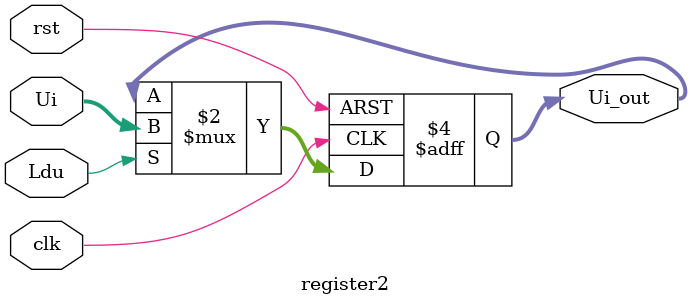
<source format=v>
module register2(clk, rst, Ldu, Ui ,Ui_out);
    input clk, rst, Ldu;
    input [1:0] Ui;
    output reg [1:0] Ui_out;

    always @(posedge clk , posedge rst) begin
        if (rst) begin
            Ui_out <= 2'b0;
        end
        else if (clk) begin
            if (Ldu) begin
                Ui_out <= Ui;
            end
        end
    end
endmodule
</source>
